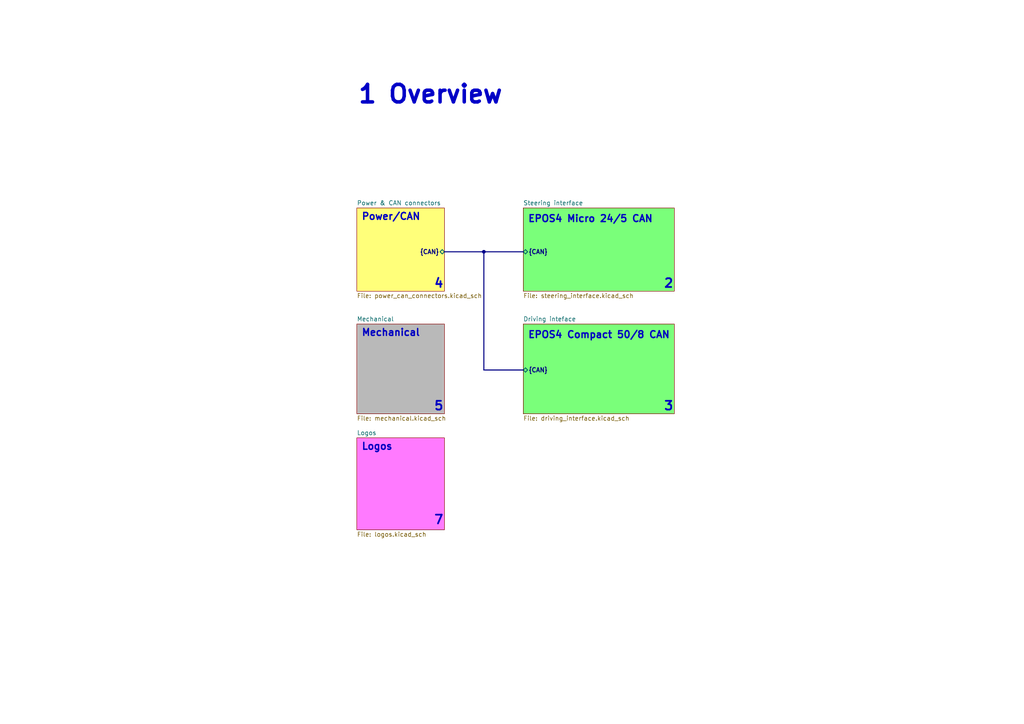
<source format=kicad_sch>
(kicad_sch (version 20230121) (generator eeschema)
  (paper "A4")
  (title_block (title "CAN Controller Interfaces Overview") (date "2023-03-22") (rev "2") (company "EPFL Xplore") (comment 3 "Authors: Vincent Nguyen, Yassine Bakkali"))
  (lib_symbols)
  (bus_alias "CAN" (members "CANH" "CANL"))
  (junction (at 140.335 73.025))
  (bus (pts (xy 140.335 107.315) (xy 151.765 107.315)))
  (bus (pts (xy 128.905 73.025) (xy 140.335 73.025)))
  (bus (pts (xy 140.335 73.025) (xy 151.765 73.025)))
  (bus (pts (xy 140.335 73.025) (xy 140.335 107.315)))
  (text "4" (at 125.73 83.82 0) (effects (font (size 2.54 2.54) (thickness 0.508) bold) (justify left bottom)))
  (text "EPOS4 Compact 50/8 CAN" (at 153.035 98.425 0) (effects (font (size 2 2) (thickness 0.4) bold) (justify left bottom)))
  (text "EPOS4 Micro 24/5 CAN" (at 153.035 64.77 0) (effects (font (size 2 2) (thickness 0.4) bold) (justify left bottom)))
  (text "1 Overview" (at 103.505 30.48 0) (effects (font (size 5.08 5.08) bold) (justify left bottom)))
  (text "Power/CAN" (at 104.775 64.135 0) (effects (font (size 2 2) (thickness 0.4) bold) (justify left bottom)))
  (text "2" (at 192.405 83.82 0) (effects (font (size 2.54 2.54) (thickness 0.508) bold) (justify left bottom)))
  (text "3" (at 192.405 119.38 0) (effects (font (size 2.54 2.54) (thickness 0.508) bold) (justify left bottom)))
  (text "5" (at 125.73 119.38 0) (effects (font (size 2.54 2.54) (thickness 0.508) bold) (justify left bottom)))
  (text "Mechanical" (at 104.775 97.79 0) (effects (font (size 2 2) (thickness 0.4) bold) (justify left bottom)))
  (text "Logos" (at 104.775 130.81 0) (effects (font (size 2 2) (thickness 0.4) bold) (justify left bottom)))
  (text "7" (at 125.73 152.4 0) (effects (font (size 2.54 2.54) (thickness 0.508) bold) (justify left bottom)))
  (sheet (at 103.505 93.98) (size 25.4 26.035) (stroke (width 0.1524)) (fill (color 185 185 185 1.0000))
    (property "Sheetname" "Mechanical" (at 103.505 93.2684 0) (effects (justify left bottom)))
    (property "Sheetfile" "mechanical.kicad_sch" (at 103.505 120.5996 0) (effects (justify left top)))
  )
  (sheet (at 151.765 93.98) (size 43.815 26.035) (stroke (width 0.1524)) (fill (color 122 255 122 1.0000))
    (property "Sheetname" "Driving inteface" (at 151.765 93.2684 0) (effects (justify left bottom)))
    (property "Sheetfile" "driving_interface.kicad_sch" (at 151.765 120.5996 0) (effects (justify left top)))
    (pin "{CAN}" bidirectional (at 151.765 107.315 180) (effects (font (thickness 0.254) bold)))
  )
  (sheet (at 103.505 60.325) (size 25.4 24.13) (stroke (width 0.1524)) (fill (color 255 255 122 1.0000))
    (property "Sheetname" "Power & CAN connectors" (at 103.505 59.6134 0) (effects (justify left bottom)))
    (property "Sheetfile" "power_can_connectors.kicad_sch" (at 103.505 85.0396 0) (effects (justify left top)))
    (pin "{CAN}" bidirectional (at 128.905 73.025 0) (effects (font (thickness 0.254) bold)))
  )
  (sheet (at 103.505 127) (size 25.4 26.67) (stroke (width 0.1524)) (fill (color 255 122 255 1.0000))
    (property "Sheetname" "Logos" (at 103.505 126.2884 0) (effects (justify left bottom)))
    (property "Sheetfile" "logos.kicad_sch" (at 103.505 154.2546 0) (effects (justify left top)))
  )
  (sheet (at 151.765 60.325) (size 43.815 24.13) (stroke (width 0.1524)) (fill (color 122 255 122 1.0000))
    (property "Sheetname" "Steering interface" (at 151.765 59.6134 0) (effects (justify left bottom)))
    (property "Sheetfile" "steering_interface.kicad_sch" (at 151.765 85.0396 0) (effects (justify left top)))
    (pin "{CAN}" bidirectional (at 151.765 73.025 180) (effects (font (thickness 0.254) bold)))
  )
)
</source>
